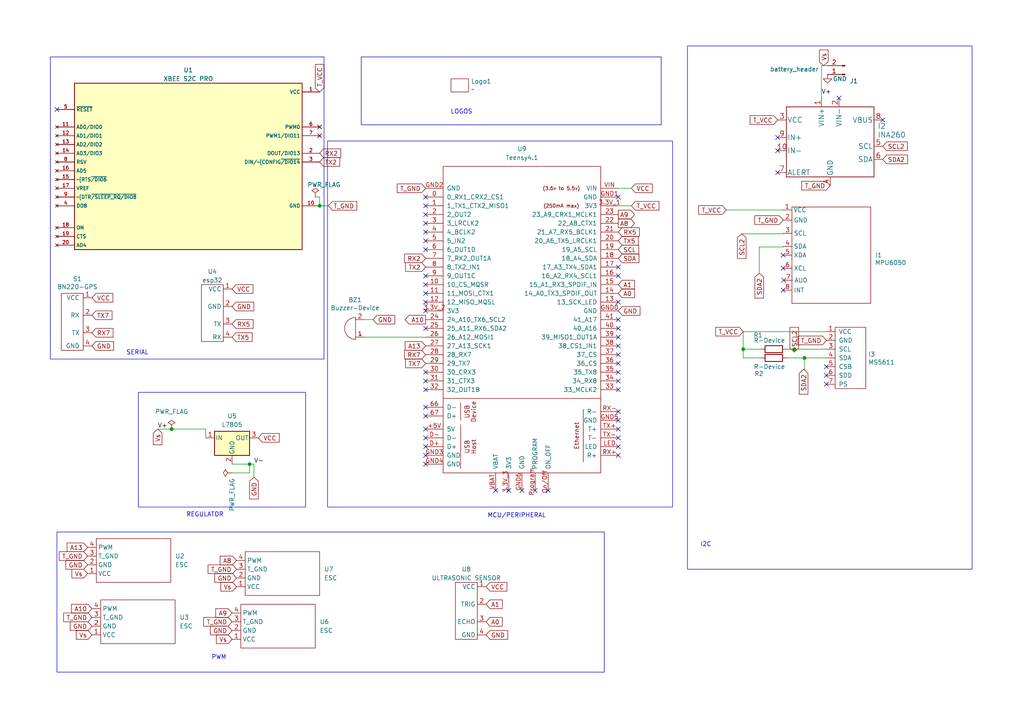
<source format=kicad_sch>
(kicad_sch (version 20250114) (generator "eeschema") (generator_version "9.0")
  (paper "A4")
  (title_block (title "Flight controller") (date "2025-07-13") (rev "1.4") (company "MIMS lab") (comment 1 "Thesis"))
  (lib_symbols
    (symbol "ESC_1"
      (property "Reference" "U2" (at 20.32 -3.8099 0))
      (property "Value" "ESC" (at 20.32 -6.3499 0))
      (symbol "ESC_1_0_0"
        (pin input line (at -5.08 -1.27 0) (length 2.54) (name "PWM") (number "4"))
        (pin power_in line (at -5.08 -3.81 0) (length 2.54) (name "T_GND") (number "3"))
        (pin power_in line (at -5.08 -6.35 0) (length 2.54) (name "GND") (number "2"))
        (pin power_in line (at -5.08 -8.89 0) (length 2.54) (name "VCC") (number "1"))
      )
      (symbol "ESC_1_0_1"
        (rectangle (start -2.54 1.27) (end 19.05 -11.43))
      )
    )
    (symbol "ESC_2"
      (property "Reference" "U7" (at 20.32 -3.8099 0))
      (property "Value" "ESC" (at 20.32 -6.3499 0))
      (symbol "ESC_2_0_0"
        (pin input line (at -5.08 -1.27 0) (length 2.54) (name "PWM") (number "4"))
        (pin power_in line (at -5.08 -3.81 0) (length 2.54) (name "T_GND") (number "3"))
        (pin power_in line (at -5.08 -6.35 0) (length 2.54) (name "GND") (number "2"))
        (pin power_in line (at -5.08 -8.89 0) (length 2.54) (name "VCC") (number "1"))
      )
      (symbol "ESC_2_0_1"
        (rectangle (start -2.54 1.27) (end 19.05 -11.43))
      )
    )
    (symbol "Regulator_Linear:L7805" (pin_names (offset 0.254))
      (property "Reference" "U" (at -3.81 3.175 0))
      (property "Value" "L7805" (at 0 3.175 0))
      (symbol "L7805_0_1"
        (rectangle (start -5.08 1.905) (end 5.08 -5.08) (stroke (width 0.254)) (fill (type background)))
      )
      (symbol "L7805_1_1"
        (pin power_in line (at -7.62 0 0) (length 2.54) (name "IN") (number "1"))
        (pin power_in line (at 0 -7.62 90) (length 2.54) (name "GND") (number "2"))
        (pin power_out line (at 7.62 0 180) (length 2.54) (name "OUT") (number "3"))
      )
    )
    (symbol "parts:BN220-GPS" (pin_names (offset 1.016))
      (property "Reference" "U" (at -8.89 -10.16 0))
      (property "Value" "BN220-GPS" (at -7.62 7.62 0))
      (symbol "BN220-GPS_0_1"
        (rectangle (start -7.62 3.81) (end 8.89 -2.54))
      )
      (symbol "BN220-GPS_1_1"
        (pin power_in line (at -6.35 -5.08 90) (length 2.54) (name "GND") (number "4"))
        (pin bidirectional line (at -2.54 -5.08 90) (length 2.54) (name "TX") (number "3"))
        (pin bidirectional line (at 2.54 -5.08 90) (length 2.54) (name "RX") (number "2"))
        (pin input line (at 7.62 -5.08 90) (length 2.54) (name "VCC") (number "1"))
      )
    )
    (symbol "parts:ESC"
      (property "Reference" "U" (at 9.144 2.286 0))
      (property "Value" "ESC" (at 9.398 -1.778 0))
      (symbol "ESC_0_0"
        (pin output line (at -5.08 -1.27 0) (length 2.54) (name "PWM") (number "4"))
        (pin power_in line (at -5.08 -3.81 0) (length 2.54) (name "T_GND") (number "3"))
        (pin power_in line (at -5.08 -6.35 0) (length 2.54) (name "GND") (number "2"))
        (pin power_in line (at -5.08 -8.89 0) (length 2.54) (name "VCC") (number "1"))
      )
      (symbol "ESC_0_1"
        (rectangle (start -2.54 1.27) (end 19.05 -11.43))
      )
    )
    (symbol "parts:ESP32CAM"
      (property "Reference" "U" (at 0 0 0))
      (symbol "ESP32CAM_0_1"
        (rectangle (start 3.81 7.62) (end 20.32 1.27))
      )
      (symbol "ESP32CAM_1_1"
        (pin bidirectional line (at 5.08 -1.27 90) (length 2.54) (name "RX") (number "4"))
        (pin bidirectional line (at 8.89 -1.27 90) (length 2.54) (name "TX") (number "3"))
        (pin power_in line (at 13.97 -1.27 90) (length 2.54) (name "GND") (number "2"))
        (pin power_in line (at 19.05 -1.27 90) (length 2.54) (name "VCC") (number "1"))
      )
    )
    (symbol "parts:HC_SR04"
      (property "Reference" "U" (at -1.27 2.54 0))
      (symbol "HC_SR04_0_1"
        (rectangle (start 2.54 10.16) (end 19.05 3.81))
      )
      (symbol "HC_SR04_1_1"
        (pin power_in line (at 3.81 1.27 90) (length 2.54) (name "GND") (number "4"))
        (pin output line (at 7.62 1.27 90) (length 2.54) (name "ECHO") (number "3"))
        (pin input line (at 12.7 1.27 90) (length 2.54) (name "TRIG") (number "2"))
        (pin input line (at 17.78 1.27 90) (length 2.54) (name "VCC") (number "1"))
      )
    )
    (symbol "parts:INA260" (pin_names (offset 0.254))
      (property "Reference" "U" (at -11.43 21.59 0))
      (property "Value" "INA260" (at 0 8.89 0))
      (symbol "INA260_1_1"
        (polyline (pts (xy -12.7 20.32) (xy -12.7 0)) (stroke (width 0.2032)))
        (polyline (pts (xy -12.7 0) (xy 12.7 0)) (stroke (width 0.2032)))
        (polyline (pts (xy 12.7 20.32) (xy -12.7 20.32)) (stroke (width 0.2032)))
        (polyline (pts (xy 12.7 0) (xy 12.7 20.32)) (stroke (width 0.2032)))
        (pin power_in line (at -15.24 16.51 0) (length 2.54) (name "VCC") (number "3"))
        (pin power_in line (at -15.24 11.43 0) (length 2.54) (name "IN+") (number "9"))
        (pin power_in line (at -15.24 7.62 0) (length 2.54) (name "IN-") (number "10"))
        (pin open_collector line (at -15.24 1.27 0) (length 2.54) (name "ALERT") (number "7"))
        (pin power_in line (at -2.54 22.86 270) (length 2.54) (name "VIN+") (number "1"))
        (pin power_in line (at 0 -2.54 90) (length 2.54) (name "GND") (number "4"))
        (pin power_in line (at 2.54 22.86 270) (length 2.54) (name "VIN-") (number "2"))
        (pin power_in line (at 15.24 16.51 180) (length 2.54) (name "VBUS") (number "8"))
        (pin bidirectional line (at 15.24 8.89 180) (length 2.54) (name "SCL") (number "5"))
        (pin bidirectional line (at 15.24 5.08 180) (length 2.54) (name "SDA") (number "6"))
      )
    )
    (symbol "parts:MS5611" (pin_names (offset 1.016))
      (property "Reference" "U" (at 0 0 0))
      (property "Value" "MS5611" (at 0 0 0))
      (symbol "MS5611_0_1"
        (rectangle (start -8.89 12.7) (end 8.89 3.81))
      )
      (symbol "MS5611_1_1"
        (pin input line (at -7.62 15.24 270) (length 2.54) (name "PS") (number "7"))
        (pin input line (at -5.08 15.24 270) (length 2.54) (name "SDD") (number "6"))
        (pin input line (at -2.54 15.24 270) (length 2.54) (name "CSB") (number "5"))
        (pin input line (at 0 15.24 270) (length 2.54) (name "SDA") (number "4"))
        (pin input line (at 2.54 15.24 270) (length 2.54) (name "SCL") (number "3"))
        (pin input line (at 5.08 15.24 270) (length 2.54) (name "GND") (number "2"))
        (pin input line (at 7.62 15.24 270) (length 2.54) (name "VCC") (number "1"))
      )
    )
    (symbol "parts:Teensy4.1" (pin_names (offset 1.016))
      (property "Reference" "U" (at 0 64.77 0))
      (property "Value" "Teensy4.1" (at 0 62.23 0))
      (symbol "Teensy4.1_0_0"
        (polyline (pts (xy -22.86 -6.35) (xy 22.86 -6.35)))
        (polyline (pts (xy -17.78 -7.62) (xy -17.78 -12.7)))
        (polyline (pts (xy -17.78 -26.67) (xy -17.78 -13.97)))
        (polyline (pts (xy 17.78 -9.525) (xy 17.78 -24.765)))
        (text "USB" (at -15.875 -10.16 900) (effects (font (size 1.27 1.27))))
        (text "USB" (at -15.875 -20.32 900) (effects (font (size 1.27 1.27))))
        (text "Device" (at -13.97 -10.16 900) (effects (font (size 1.27 1.27))))
        (text "Host" (at -13.97 -20.32 900) (effects (font (size 1.27 1.27))))
        (text "(3.6v to 5.5v)" (at 11.43 54.61 0) (effects (font (size 1.016 1.016))))
        (text "(250mA max)" (at 11.43 49.53 0) (effects (font (size 1.016 1.016))))
        (text "Ethernet" (at 15.875 -17.145 900) (effects (font (size 1.27 1.27))))
        (pin bidirectional line (at 27.94 46.99 180) (length 5.08) (name "23_A9_CRX1_MCLK1") (number "23"))
      )
      (symbol "Teensy4.1_0_1"
        (rectangle (start -22.86 60.96) (end 22.86 -27.94))
        (rectangle (start -20.32 -1.27) (end -20.32 -1.27))
      )
      (symbol "Teensy4.1_1_0"
        (pin bidirectional line (at -27.94 44.45 0) (length 5.08) (name "3_LRCLK2") (number "3"))
        (pin bidirectional line (at -27.94 41.91 0) (length 5.08) (name "4_BCLK2") (number "4"))
        (pin bidirectional line (at -27.94 39.37 0) (length 5.08) (name "5_IN2") (number "5"))
        (pin bidirectional line (at -27.94 36.83 0) (length 5.08) (name "6_OUT1D") (number "6"))
        (pin bidirectional line (at -27.94 34.29 0) (length 5.08) (name "7_RX2_OUT1A") (number "7"))
        (pin bidirectional line (at -27.94 31.75 0) (length 5.08) (name "8_TX2_IN1") (number "8"))
        (pin bidirectional line (at -27.94 29.21 0) (length 5.08) (name "9_OUT1C") (number "9"))
        (pin bidirectional line (at -27.94 26.67 0) (length 5.08) (name "10_CS_MQSR") (number "10"))
        (pin bidirectional line (at -27.94 24.13 0) (length 5.08) (name "11_MOSI_CTX1") (number "11"))
        (pin bidirectional line (at -27.94 21.59 0) (length 5.08) (name "12_MISO_MQSL") (number "12"))
        (pin power_out line (at -27.94 19.05 0) (length 5.08) (name "3V3") (number "3.3V_2"))
        (pin bidirectional line (at -27.94 16.51 0) (length 5.08) (name "24_A10_TX6_SCL2") (number "24"))
        (pin bidirectional line (at -27.94 13.97 0) (length 5.08) (name "25_A11_RX6_SDA2") (number "25"))
        (pin bidirectional line (at -27.94 11.43 0) (length 5.08) (name "26_A12_MOSI1") (number "26"))
        (pin bidirectional line (at -27.94 8.89 0) (length 5.08) (name "27_A13_SCK1") (number "27"))
        (pin bidirectional line (at -27.94 6.35 0) (length 5.08) (name "28_RX7") (number "28"))
        (pin bidirectional line (at -27.94 3.81 0) (length 5.08) (name "29_TX7") (number "29"))
        (pin bidirectional line (at -27.94 1.27 0) (length 5.08) (name "30_CRX3") (number "30"))
        (pin bidirectional line (at -27.94 -1.27 0) (length 5.08) (name "31_CTX3") (number "31"))
        (pin bidirectional line (at -27.94 -3.81 0) (length 5.08) (name "32_OUT1B") (number "32"))
        (pin bidirectional line (at -27.94 -8.89 0) (length 5.08) (name "D-") (number "66"))
        (pin bidirectional line (at -27.94 -11.43 0) (length 5.08) (name "D+") (number "67"))
        (pin power_out line (at -27.94 -15.24 0) (length 5.08) (name "5V") (number "+5V"))
        (pin bidirectional line (at -27.94 -17.78 0) (length 5.08) (name "D-") (number "D-"))
        (pin bidirectional line (at -27.94 -20.32 0) (length 5.08) (name "D+") (number "D+"))
        (pin power_in line (at -27.94 -22.86 0) (length 5.08) (name "GND") (number "GND3"))
        (pin power_in line (at -27.94 -25.4 0) (length 5.08) (name "GND") (number "GND4"))
        (pin power_in line (at -7.62 -33.02 90) (length 5.08) (name "VBAT") (number "VBAT"))
        (pin power_in line (at -3.81 -33.02 90) (length 5.08) (name "3V3") (number "3.3V_3"))
        (pin input line (at 0 -33.02 90) (length 5.08) (name "GND") (number "GND6"))
        (pin input line (at 3.81 -33.02 90) (length 5.08) (name "PROGRAM") (number "Program"))
        (pin input line (at 7.62 -33.02 90) (length 5.08) (name "ON_OFF") (number "On/Off"))
        (pin power_in line (at 27.94 54.61 180) (length 5.08) (name "VIN") (number "VIN"))
        (pin output line (at 27.94 52.07 180) (length 5.08) (name "GND") (number "GND1"))
        (pin power_out line (at 27.94 49.53 180) (length 5.08) (name "3V3") (number "3.3V_1"))
        (pin bidirectional line (at 27.94 44.45 180) (length 5.08) (name "22_A8_CTX1") (number "22"))
        (pin bidirectional line (at 27.94 41.91 180) (length 5.08) (name "21_A7_RX5_BCLK1") (number "21"))
        (pin bidirectional line (at 27.94 39.37 180) (length 5.08) (name "20_A6_TX5_LRCLK1") (number "20"))
        (pin bidirectional line (at 27.94 36.83 180) (length 5.08) (name "19_A5_SCL") (number "19"))
        (pin bidirectional line (at 27.94 34.29 180) (length 5.08) (name "18_A4_SDA") (number "18"))
        (pin bidirectional line (at 27.94 31.75 180) (length 5.08) (name "17_A3_TX4_SDA1") (number "17"))
        (pin bidirectional line (at 27.94 29.21 180) (length 5.08) (name "16_A2_RX4_SCL1") (number "16"))
        (pin bidirectional line (at 27.94 26.67 180) (length 5.08) (name "15_A1_RX3_SPDIF_IN") (number "15"))
        (pin bidirectional line (at 27.94 24.13 180) (length 5.08) (name "14_A0_TX3_SPDIF_OUT") (number "14"))
        (pin bidirectional line (at 27.94 21.59 180) (length 5.08) (name "13_SCK_LED") (number "13"))
        (pin bidirectional line (at 27.94 16.51 180) (length 5.08) (name "41_A17") (number "41"))
        (pin bidirectional line (at 27.94 13.97 180) (length 5.08) (name "40_A16") (number "40"))
        (pin bidirectional line (at 27.94 11.43 180) (length 5.08) (name "39_MISO1_OUT1A") (number "39"))
        (pin bidirectional line (at 27.94 8.89 180) (length 5.08) (name "38_CS1_IN1") (number "38"))
        (pin bidirectional line (at 27.94 6.35 180) (length 5.08) (name "37_CS") (number "37"))
        (pin bidirectional line (at 27.94 3.81 180) (length 5.08) (name "36_CS") (number "36"))
        (pin bidirectional line (at 27.94 1.27 180) (length 5.08) (name "35_TX8") (number "35"))
        (pin bidirectional line (at 27.94 -1.27 180) (length 5.08) (name "34_RX8") (number "34"))
        (pin bidirectional line (at 27.94 -3.81 180) (length 5.08) (name "33_MCLK2") (number "33"))
        (pin bidirectional line (at 27.94 -10.16 180) (length 5.08) (name "R-") (number "RX-"))
        (pin power_in line (at 27.94 -12.7 180) (length 5.08) (name "GND") (number "GND5"))
        (pin bidirectional line (at 27.94 -15.24 180) (length 5.08) (name "T+") (number "TX+"))
        (pin bidirectional line (at 27.94 -17.78 180) (length 5.08) (name "T-") (number "TX-"))
        (pin bidirectional line (at 27.94 -20.32 180) (length 5.08) (name "LED") (number "LED"))
        (pin bidirectional line (at 27.94 -22.86 180) (length 5.08) (name "R+") (number "RX+"))
      )
      (symbol "Teensy4.1_1_1"
        (pin power_in line (at -27.94 54.61 0) (length 5.08) (name "GND") (number "GND2"))
        (pin bidirectional line (at -27.94 52.07 0) (length 5.08) (name "0_RX1_CRX2_CS1") (number "0"))
        (pin bidirectional line (at -27.94 49.53 0) (length 5.08) (name "1_TX1_CTX2_MISO1") (number "1"))
        (pin bidirectional line (at -27.94 46.99 0) (length 5.08) (name "2_OUT2") (number "2"))
        (pin power_in line (at 27.94 19.05 180) (length 5.08) (name "GND") (number "GND0"))
      )
    )
    (symbol "parts:mpu6050_eval"
      (property "Reference" "mpu" (at 6.35 6.35 0))
      (symbol "mpu6050_eval_0_1"
        (rectangle (start -3.81 3.81) (end 19.05 -24.13))
      )
      (symbol "mpu6050_eval_1_1"
        (pin power_in line (at -6.457 2.9415 0) (length 2.54) (name "VCC") (number "1"))
        (pin power_in line (at -6.35 0 0) (length 2.54) (name "GND") (number "2"))
        (pin bidirectional line (at -6.35 -3.81 0) (length 2.54) (name "SCL") (number "3"))
        (pin bidirectional line (at -6.35 -7.62 0) (length 2.54) (name "SDA") (number "4"))
        (pin bidirectional line (at -6.35 -10.16 0) (length 2.54) (name "XDA") (number "5"))
        (pin bidirectional line (at -6.35 -13.97 0) (length 2.54) (name "XCL") (number "6"))
        (pin input line (at -6.35 -20.32 0) (length 2.54) (name "INT") (number "8"))
        (pin input line (at -6.1745 -17.4341 0) (length 2.54) (name "AU0") (number "7"))
      )
    )
    (symbol "parts:xbee_s2c"
      (property "Reference" "U" (at 9.398 9.144 0))
      (symbol "xbee_s2c_0_0"
        (rectangle (start 5.08 7.62) (end 71.12 -40.64) (stroke (width 0.254)) (fill (type background)))
      )
      (symbol "xbee_s2c_1_0"
        (pin input line (at 0 0 0) (length 5.08) (name "~{RESET}") (number "5"))
        (pin no_connect line (at 0 -5.08 0) (length 5.08) (name "AD0/DIO0") (number "11"))
        (pin no_connect line (at 0 -7.62 0) (length 5.08) (name "AD1/DIO1") (number "12"))
        (pin no_connect line (at 0 -10.16 0) (length 5.08) (name "AD2/DIO2") (number "13"))
        (pin no_connect line (at 0 -12.7 0) (length 5.08) (name "AD3/DIO3") (number "14"))
        (pin no_connect line (at 0 -15.24 0) (length 5.08) (name "RSV") (number "8"))
        (pin no_connect line (at 0 -17.78 0) (length 5.08) (name "AD5") (number "16"))
        (pin no_connect line (at 0 -20.32 0) (length 5.08) (name "~{RTS~{/DIO6}") (number "15"))
        (pin no_connect line (at 0 -22.86 0) (length 5.08) (name "VREF") (number "17"))
        (pin no_connect line (at 0 -25.4 0) (length 5.08) (name "~{DTR~{/SLEEP_RQ/DIO8}") (number "9"))
        (pin no_connect line (at 0 -27.94 0) (length 5.08) (name "DO8") (number "4"))
        (pin no_connect line (at 0 -34.29 0) (length 5.08) (name "ON") (number "18"))
        (pin no_connect line (at 0 -36.83 0) (length 5.08) (name "CTS") (number "19"))
        (pin no_connect line (at 0 -39.37 0) (length 5.08) (name "AD4") (number "20"))
        (pin power_in line (at 76.2 5.08 180) (length 5.08) (name "VCC") (number "1"))
        (pin no_connect line (at 76.2 -5.08 180) (length 5.08) (name "PWM0") (number "6"))
        (pin no_connect line (at 76.2 -7.62 180) (length 5.08) (name "PWM1/DIO11") (number "7"))
        (pin bidirectional line (at 76.2 -12.7 180) (length 5.08) (name "DOUT/DIO13") (number "2"))
        (pin bidirectional line (at 76.2 -15.24 180) (length 5.08) (name "DIN/~{CONFIG~{/DIO14}") (number "3"))
        (pin power_in line (at 76.2 -27.94 180) (length 5.08) (name "GND") (number "10"))
      )
    )
    (symbol "power:GND" (power) (pin_numbers (hide yes)) (pin_names (offset 0) (hide yes))
      (property "Value" "GND" (at 0 -3.81 0))
      (symbol "GND_0_1"
        (polyline (pts (xy 0 0) (xy 0 -1.27) (xy 1.27 -1.27) (xy 0 -2.54) (xy -1.27 -1.27) (xy 0 -1.27)))
      )
      (symbol "GND_1_1"
        (pin power_in line (at 0 0 270) (length 0) (name "~") (number "1"))
      )
    )
    (symbol "power:PWR_FLAG" (power) (pin_numbers (hide yes)) (pin_names (offset 0) (hide yes))
      (property "Value" "PWR_FLAG" (at 0 3.81 0))
      (symbol "PWR_FLAG_0_0"
        (pin power_out line (at 0 0 90) (length 0) (name "~") (number "1"))
      )
      (symbol "PWR_FLAG_0_1"
        (polyline (pts (xy 0 0) (xy 0 1.27) (xy -1.016 1.905) (xy 0 2.54) (xy 1.016 1.905) (xy 0 1.27)))
      )
    )
    (symbol "rrc_pcb-rescue:Buzzer-Device" (pin_names (offset 0.0254) (hide yes))
      (property "Reference" "BZ" (at 3.81 1.27 0))
      (property "Value" "Buzzer-Device" (at 3.81 -1.27 0))
      (symbol "Buzzer-Device_0_1"
        (polyline (pts (xy -1.651 1.905) (xy -1.143 1.905)))
        (polyline (pts (xy -1.397 2.159) (xy -1.397 1.651)))
        (arc (start 0 3.175) (mid 3.1612 0) (end 0 -3.175))
        (polyline (pts (xy 0 3.175) (xy 0 -3.175)))
      )
      (symbol "Buzzer-Device_1_1"
        (pin passive line (at -2.54 2.54 0) (length 2.54) (name "-") (number "1"))
        (pin passive line (at -2.54 -2.54 0) (length 2.54) (name "+") (number "2"))
      )
    )
    (symbol "rrc_pcb-rescue:Conn_01x02_Male-Connector" (pin_names (offset 1.016) (hide yes))
      (property "Reference" "J" (at 0 2.54 0))
      (property "Value" "Conn_01x02_Male-Connector" (at 0 -5.08 0))
      (symbol "Conn_01x02_Male-Connector_1_1"
        (rectangle (start 0.8636 0.127) (end 0 -0.127) (stroke (width 0.1524)) (fill (type outline)))
        (rectangle (start 0.8636 -2.413) (end 0 -2.667) (stroke (width 0.1524)) (fill (type outline)))
        (polyline (pts (xy 1.27 0) (xy 0.8636 0)) (stroke (width 0.1524)))
        (polyline (pts (xy 1.27 -2.54) (xy 0.8636 -2.54)) (stroke (width 0.1524)))
        (pin passive line (at 5.08 0 180) (length 3.81) (name "Pin_1") (number "1"))
        (pin passive line (at 5.08 -2.54 180) (length 3.81) (name "Pin_2") (number "2"))
      )
    )
    (symbol "rrc_pcb-rescue:R-Device" (pin_numbers (hide yes)) (pin_names (offset 0))
      (property "Reference" "R" (at 2.032 0 90))
      (property "Value" "R-Device" (at 0 0 90))
      (symbol "R-Device_0_1"
        (rectangle (start -1.016 -2.54) (end 1.016 2.54) (stroke (width 0.254)))
      )
      (symbol "R-Device_1_1"
        (pin passive line (at 0 3.81 270) (length 1.27) (name "~") (number "1"))
        (pin passive line (at 0 -3.81 90) (length 1.27) (name "~") (number "2"))
      )
    )
    (symbol "rrc_pcb-rescue:logo" (pin_names (offset 1.016))
      (property "Reference" "U" (at 1.27 2.54 0))
      (property "Value" "logo" (at -2.54 2.54 0))
      (symbol "logo_0_1"
        (rectangle (start -2.54 1.27) (end 2.54 -2.54))
      )
    )
  )
  (rectangle (start 40.132 113.792) (end 88.646 147.066))
  (rectangle (start 16.51 154.305) (end 175.26 194.945))
  (rectangle (start 14.605 16.51) (end 93.98 104.14))
  (rectangle (start 104.775 16.51) (end 191.77 36.195))
  (rectangle (start 94.996 40.894) (end 195.072 147.066))
  (rectangle (start 199.39 13.335) (end 281.94 165.1))
  (text "PWM\n\n " (at 63.5 192.786 0) (effects (font (size 1.27 1.27))))
  (text "REGULATOR" (at 59.436 149.352 0) (effects (font (size 1.27 1.27))))
  (text "MCU/PERIPHERAL" (at 149.86 149.606 0) (effects (font (size 1.27 1.27))))
  (text "LOGOS\n" (at 133.858 32.512 0) (effects (font (size 1.27 1.27))))
  (text "SERIAL" (at 39.878 102.362 0) (effects (font (size 1.27 1.27))))
  (text "I2C" (at 204.724 157.988 0) (effects (font (size 1.27 1.27))))
  (junction (at 72.39 134.62))
  (junction (at 230.378 101.2758))
  (junction (at 92.71 59.69))
  (junction (at 49.784 124.46))
  (junction (at 215.549 101.2758))
  (junction (at 233.329 103.8158))
  (no_connect (at 227.1545 77.8159))
  (no_connect (at 123.444 62.23))
  (no_connect (at 92.71 39.37))
  (no_connect (at 151.384 142.24))
  (no_connect (at 123.444 110.49))
  (no_connect (at 179.324 113.03))
  (no_connect (at 179.324 77.47))
  (no_connect (at 123.444 69.85))
  (no_connect (at 225.552 43.688))
  (no_connect (at 123.444 124.46))
  (no_connect (at 179.324 57.15))
  (no_connect (at 123.444 113.03))
  (no_connect (at 179.324 121.92))
  (no_connect (at 179.324 100.33))
  (no_connect (at 243.332 28.448))
  (no_connect (at 179.324 127))
  (no_connect (at 179.324 87.63))
  (no_connect (at 123.444 118.11))
  (no_connect (at 227.33 81.28))
  (no_connect (at 123.444 82.55))
  (no_connect (at 179.324 80.01))
  (no_connect (at 239.679 106.3558))
  (no_connect (at 179.324 107.95))
  (no_connect (at 123.444 64.77))
  (no_connect (at 239.679 111.4358))
  (no_connect (at 123.444 134.62))
  (no_connect (at 123.444 132.08))
  (no_connect (at 123.444 72.39))
  (no_connect (at 147.574 142.24))
  (no_connect (at 159.004 142.24))
  (no_connect (at 227.1545 74.0059))
  (no_connect (at 179.324 97.79))
  (no_connect (at 123.444 95.25))
  (no_connect (at 225.552 39.878))
  (no_connect (at 256.032 34.798))
  (no_connect (at 225.552 50.038))
  (no_connect (at 179.324 129.54))
  (no_connect (at 92.71 36.83))
  (no_connect (at 123.444 127))
  (no_connect (at 16.51 31.75))
  (no_connect (at 179.324 92.71))
  (no_connect (at 179.324 105.41))
  (no_connect (at 155.194 142.24))
  (no_connect (at 123.444 57.15))
  (no_connect (at 123.444 129.54))
  (no_connect (at 123.444 85.09))
  (no_connect (at 123.444 120.65))
  (no_connect (at 239.679 108.8958))
  (no_connect (at 227.1545 84.1659))
  (no_connect (at 123.444 80.01))
  (no_connect (at 123.444 87.63))
  (no_connect (at 179.324 110.49))
  (no_connect (at 143.764 142.24))
  (no_connect (at 123.444 59.69))
  (no_connect (at 179.324 119.38))
  (no_connect (at 123.444 90.17))
  (no_connect (at 123.444 67.31))
  (no_connect (at 179.324 132.08))
  (no_connect (at 123.444 107.95))
  (no_connect (at 179.324 102.87))
  (no_connect (at 179.324 95.25))
  (no_connect (at 179.324 124.46))
  (wire (pts (xy 73.66 134.62) (xy 72.39 134.62)))
  (wire (pts (xy 240.03 19.05) (xy 238.252 19.05)))
  (wire (pts (xy 227.1545 71.628) (xy 227.1545 71.4659)))
  (wire (pts (xy 239.679 103.8158) (xy 233.329 103.8158)))
  (wire (pts (xy 215.549 103.8158) (xy 215.549 101.2758)))
  (wire (pts (xy 233.329 103.8158) (xy 228.249 103.8158)))
  (wire (pts (xy 239.679 101.2758) (xy 230.378 101.2758)))
  (wire (pts (xy 49.784 124.46) (xy 45.72 124.46)))
  (wire (pts (xy 230.378 102.108) (xy 230.378 101.2758)))
  (wire (pts (xy 238.252 19.05) (xy 238.252 28.448)))
  (wire (pts (xy 72.39 134.62) (xy 67.31 134.62)))
  (wire (pts (xy 91.44 57.15) (xy 92.71 57.15)))
  (wire (pts (xy 220.218 71.628) (xy 227.1545 71.628)))
  (wire (pts (xy 228.249 101.2758) (xy 230.378 101.2758)))
  (wire (pts (xy 233.329 107.1178) (xy 233.329 103.8158)))
  (wire (pts (xy 179.324 59.69) (xy 183.134 59.69)))
  (wire (pts (xy 233.075 107.1178) (xy 233.329 107.1178)))
  (wire (pts (xy 220.629 103.8158) (xy 215.549 103.8158)))
  (wire (pts (xy 92.71 57.15) (xy 92.71 59.69)))
  (wire (pts (xy 73.66 138.43) (xy 73.66 134.62)))
  (wire (pts (xy 49.784 124.46) (xy 59.69 124.46)))
  (wire (pts (xy 105.664 97.79) (xy 123.444 97.79)))
  (wire (pts (xy 105.664 92.71) (xy 108.204 92.71)))
  (wire (pts (xy 227.0475 60.9044) (xy 210.6445 60.9044)))
  (wire (pts (xy 92.71 59.69) (xy 95.25 59.69)))
  (wire (pts (xy 72.39 137.16) (xy 72.39 134.62)))
  (wire (pts (xy 220.218 79.248) (xy 220.218 71.628)))
  (wire (pts (xy 215.138 67.818) (xy 227.1545 67.818)))
  (wire (pts (xy 239.679 96.1958) (xy 215.549 96.1958)))
  (wire (pts (xy 227.1545 67.818) (xy 227.1545 67.6559)))
  (wire (pts (xy 67.31 137.16) (xy 72.39 137.16)))
  (wire (pts (xy 59.69 124.46) (xy 59.69 127)))
  (wire (pts (xy 215.549 101.2758) (xy 220.629 101.2758)))
  (wire (pts (xy 179.324 54.61) (xy 183.134 54.61)))
  (wire (pts (xy 215.549 96.1958) (xy 215.549 101.2758)))
  (label "V+" (at 45.72 124.46 0))
  (label "V-" (at 73.66 134.62 0))
  (label "V+" (at 238.252 27.6257 0))
  (global_label "SCL2" (shape input) (at 215.138 67.818 270) (property "Intersheetrefs" "${INTERSHEET_REFS}" (effects (hide yes))))
  (global_label "RX2" (shape input) (at 92.71 44.45 0) (property "Intersheetrefs" "${INTERSHEET_REFS}" (effects (hide yes))))
  (global_label "SDA2" (shape input) (at 220.218 79.248 270) (property "Intersheetrefs" "${INTERSHEET_REFS}" (effects (hide yes))))
  (global_label "A1" (shape input) (at 179.324 82.55 0) (property "Intersheetrefs" "${INTERSHEET_REFS}" (effects (hide yes))))
  (global_label "TX5" (shape input) (at 67.31 97.79 0) (property "Intersheetrefs" "${INTERSHEET_REFS}" (effects (hide yes))))
  (global_label "SDA2" (shape input) (at 256.032 46.228 0) (property "Intersheetrefs" "${INTERSHEET_REFS}" (effects (hide yes))))
  (global_label "A9" (shape output) (at 179.324 62.23 0) (property "Intersheetrefs" "${INTERSHEET_REFS}" (effects (hide yes))))
  (global_label "A13" (shape input) (at 25.4 158.75 180) (property "Intersheetrefs" "${INTERSHEET_REFS}" (effects (hide yes))))
  (global_label "T_GND" (shape input) (at 67.31 180.34 180) (property "Intersheetrefs" "${INTERSHEET_REFS}" (effects (hide yes))))
  (global_label "A8" (shape input) (at 68.58 162.56 180) (property "Intersheetrefs" "${INTERSHEET_REFS}" (effects (hide yes))))
  (global_label "GND" (shape input) (at 25.4 163.83 180) (property "Intersheetrefs" "${INTERSHEET_REFS}" (effects (hide yes))))
  (global_label "T_VCC" (shape input) (at 225.552 34.798 180) (property "Intersheetrefs" "${INTERSHEET_REFS}" (effects (hide yes))))
  (global_label "TX2" (shape input) (at 123.444 77.47 180) (property "Intersheetrefs" "${INTERSHEET_REFS}" (effects (hide yes))))
  (global_label "Vs" (shape input) (at 68.58 170.18 180) (property "Intersheetrefs" "${INTERSHEET_REFS}" (effects (hide yes))))
  (global_label "Vs" (shape input) (at 26.67 184.15 180) (property "Intersheetrefs" "${INTERSHEET_REFS}" (effects (hide yes))))
  (global_label "T_VCC" (shape input) (at 183.134 59.69 0) (property "Intersheetrefs" "${INTERSHEET_REFS}" (effects (hide yes))))
  (global_label "A0" (shape input) (at 140.97 180.34 0) (property "Intersheetrefs" "${INTERSHEET_REFS}" (effects (hide yes))))
  (global_label "VCC" (shape input) (at 140.97 170.18 0) (property "Intersheetrefs" "${INTERSHEET_REFS}" (effects (hide yes))))
  (global_label "RX5" (shape input) (at 179.324 67.31 0) (property "Intersheetrefs" "${INTERSHEET_REFS}" (effects (hide yes))))
  (global_label "VCC" (shape input) (at 74.93 127 0) (property "Intersheetrefs" "${INTERSHEET_REFS}" (effects (hide yes))))
  (global_label "TX5" (shape input) (at 179.324 69.85 0) (property "Intersheetrefs" "${INTERSHEET_REFS}" (effects (hide yes))))
  (global_label "SCL2" (shape input) (at 230.378 102.108 90) (property "Intersheetrefs" "${INTERSHEET_REFS}" (effects (hide yes))))
  (global_label "T_VCC" (shape input) (at 210.6445 60.9044 180) (property "Intersheetrefs" "${INTERSHEET_REFS}" (effects (hide yes))))
  (global_label "T_GND" (shape input) (at 123.444 54.61 180) (property "Intersheetrefs" "${INTERSHEET_REFS}" (effects (hide yes))))
  (global_label "Vs" (shape input) (at 67.31 185.42 180) (property "Intersheetrefs" "${INTERSHEET_REFS}" (effects (hide yes))))
  (global_label "GND" (shape input) (at 68.58 167.64 180) (property "Intersheetrefs" "${INTERSHEET_REFS}" (effects (hide yes))))
  (global_label "GND" (shape input) (at 26.67 100.33 0) (property "Intersheetrefs" "${INTERSHEET_REFS}" (effects (hide yes))))
  (global_label "T_VCC" (shape input) (at 215.549 96.1958 180) (property "Intersheetrefs" "${INTERSHEET_REFS}" (effects (hide yes))))
  (global_label "Vs" (shape input) (at 238.9296 19.05 90) (property "Intersheetrefs" "${INTERSHEET_REFS}" (effects (hide yes))))
  (global_label "GND" (shape input) (at 108.204 92.71 0) (property "Intersheetrefs" "${INTERSHEET_REFS}" (effects (hide yes))))
  (global_label "VCC" (shape input) (at 26.67 86.36 0) (property "Intersheetrefs" "${INTERSHEET_REFS}" (effects (hide yes))))
  (global_label "TX2" (shape input) (at 92.71 46.99 0) (property "Intersheetrefs" "${INTERSHEET_REFS}" (effects (hide yes))))
  (global_label "A8" (shape output) (at 179.324 64.77 0) (property "Intersheetrefs" "${INTERSHEET_REFS}" (effects (hide yes))))
  (global_label "GND" (shape input) (at 140.97 184.15 0) (property "Intersheetrefs" "${INTERSHEET_REFS}" (effects (hide yes))))
  (global_label "A10" (shape output) (at 123.444 92.71 180) (property "Intersheetrefs" "${INTERSHEET_REFS}" (effects (hide yes))))
  (global_label "GND" (shape input) (at 73.66 138.43 270) (property "Intersheetrefs" "${INTERSHEET_REFS}" (effects (hide yes))))
  (global_label "A0" (shape input) (at 179.324 85.09 0) (property "Intersheetrefs" "${INTERSHEET_REFS}" (effects (hide yes))))
  (global_label "SCL2" (shape input) (at 256.032 42.418 0) (property "Intersheetrefs" "${INTERSHEET_REFS}" (effects (hide yes))))
  (global_label "T_GND" (shape input) (at 239.679 98.7358 180) (property "Intersheetrefs" "${INTERSHEET_REFS}" (effects (hide yes))))
  (global_label "T_GND" (shape input) (at 68.58 165.1 180) (property "Intersheetrefs" "${INTERSHEET_REFS}" (effects (hide yes))))
  (global_label "T_VCC" (shape input) (at 92.71 26.67 90) (property "Intersheetrefs" "${INTERSHEET_REFS}" (effects (hide yes))))
  (global_label "GND" (shape input) (at 67.31 182.88 180) (property "Intersheetrefs" "${INTERSHEET_REFS}" (effects (hide yes))))
  (global_label "SDA" (shape input) (at 179.324 74.93 0) (property "Intersheetrefs" "${INTERSHEET_REFS}" (effects (hide yes))))
  (global_label "A13" (shape input) (at 123.444 100.33 180) (property "Intersheetrefs" "${INTERSHEET_REFS}" (effects (hide yes))))
  (global_label "TX7" (shape input) (at 26.67 91.44 0) (property "Intersheetrefs" "${INTERSHEET_REFS}" (effects (hide yes))))
  (global_label "T_GND" (shape input) (at 95.25 59.69 0) (property "Intersheetrefs" "${INTERSHEET_REFS}" (effects (hide yes))))
  (global_label "VCC" (shape input) (at 183.134 54.61 0) (property "Intersheetrefs" "${INTERSHEET_REFS}" (effects (hide yes))))
  (global_label "A1" (shape input) (at 140.97 175.26 0) (property "Intersheetrefs" "${INTERSHEET_REFS}" (effects (hide yes))))
  (global_label "VCC" (shape input) (at 67.31 83.82 0) (property "Intersheetrefs" "${INTERSHEET_REFS}" (effects (hide yes))))
  (global_label "RX7" (shape input) (at 123.444 102.87 180) (property "Intersheetrefs" "${INTERSHEET_REFS}" (effects (hide yes))))
  (global_label "TX7" (shape input) (at 123.444 105.41 180) (property "Intersheetrefs" "${INTERSHEET_REFS}" (effects (hide yes))))
  (global_label "Vs" (shape input) (at 25.4 166.37 180) (property "Intersheetrefs" "${INTERSHEET_REFS}" (effects (hide yes))))
  (global_label "GND" (shape input) (at 179.324 90.17 0) (property "Intersheetrefs" "${INTERSHEET_REFS}" (effects (hide yes))))
  (global_label "RX7" (shape input) (at 26.67 96.52 0) (property "Intersheetrefs" "${INTERSHEET_REFS}" (effects (hide yes))))
  (global_label "T_GND" (shape input) (at 25.4 161.29 180) (property "Intersheetrefs" "${INTERSHEET_REFS}" (effects (hide yes))))
  (global_label "GND" (shape input) (at 67.31 88.9 0) (property "Intersheetrefs" "${INTERSHEET_REFS}" (effects (hide yes))))
  (global_label "SDA2" (shape input) (at 233.075 107.1178 270) (property "Intersheetrefs" "${INTERSHEET_REFS}" (effects (hide yes))))
  (global_label "RX5" (shape input) (at 67.31 93.98 0) (property "Intersheetrefs" "${INTERSHEET_REFS}" (effects (hide yes))))
  (global_label "A10" (shape input) (at 26.67 176.53 180) (property "Intersheetrefs" "${INTERSHEET_REFS}" (effects (hide yes))))
  (global_label "SCL" (shape input) (at 179.324 72.39 0) (property "Intersheetrefs" "${INTERSHEET_REFS}" (effects (hide yes))))
  (global_label "RX2" (shape input) (at 123.444 74.93 180) (property "Intersheetrefs" "${INTERSHEET_REFS}" (effects (hide yes))))
  (global_label "T_GND" (shape input) (at 227.1545 63.8459 180) (property "Intersheetrefs" "${INTERSHEET_REFS}" (effects (hide yes))))
  (global_label "A9" (shape input) (at 67.31 177.8 180) (property "Intersheetrefs" "${INTERSHEET_REFS}" (effects (hide yes))))
  (global_label "T_GND" (shape input) (at 26.67 179.07 180) (property "Intersheetrefs" "${INTERSHEET_REFS}" (effects (hide yes))))
  (global_label "T_GND" (shape input) (at 240.792 53.848 180) (property "Intersheetrefs" "${INTERSHEET_REFS}" (effects (hide yes))))
  (global_label "Vs" (shape input) (at 45.72 124.46 270) (property "Intersheetrefs" "${INTERSHEET_REFS}" (effects (hide yes))))
  (global_label "GND" (shape input) (at 26.67 181.61 180) (property "Intersheetrefs" "${INTERSHEET_REFS}" (effects (hide yes))))
  (symbol (lib_id "parts:MS5611") (at 254.919 103.8158 90) (unit 1)
    (property "Reference" "I3" (at 251.8202 102.7744 90) (effects (justify right)))
    (property "Value" "MS5611" (at 251.8202 105.0858 90) (effects (justify right)))
    (property "Footprint" "rrc_ms5611:1x07" (effects (hide yes)))
  )
  (symbol (lib_id "parts:BN220-GPS") (at 21.59 93.98 90) (unit 1)
    (property "Reference" "S1" (at 22.4282 80.899 90))
    (property "Value" "BN220-GPS" (at 22.4282 83.2104 90))
    (property "Footprint" "rrc_bn220_gps:BN220" (effects (hide yes)))
  )
  (symbol (lib_id "rrc_pcb-rescue:R-Device") (at 224.439 103.8158 270) (unit 1)
    (property "Reference" "R2" (at 220.121 108.3878 90))
    (property "Value" "R-Device" (at 223.169 106.3558 90))
    (property "Footprint" "Resistor_THT:R_Axial_DIN0207_L6.3mm_D2.5mm_P10.16mm_Horizontal" (effects (hide yes)))
  )
  (symbol (lib_id "rrc_pcb-rescue:R-Device") (at 224.439 101.2758 270) (unit 1)
    (property "Reference" "R1" (at 219.867 97.2118 90))
    (property "Value" "R-Device" (at 223.169 98.7358 90))
    (property "Footprint" "Resistor_THT:R_Axial_DIN0207_L6.3mm_D2.5mm_P10.16mm_Horizontal" (effects (hide yes)))
  )
  (symbol (lib_id "rrc_pcb-rescue:Conn_01x02_Male-Connector") (at 245.11 21.59 180) (unit 1)
    (property "Reference" "J1" (at 247.65 23.495 0))
    (property "Value" "battery_header" (at 230.378 20.066 0))
    (property "Footprint" "Connector_PinSocket_2.54mm:PinSocket_1x02_P2.54mm_Horizontal" (effects (hide yes)))
  )
  (symbol (lib_id "rrc_pcb-rescue:Buzzer-Device") (at 103.124 95.25 180) (unit 1)
    (property "Reference" "BZ1" (at 102.997 86.995 0))
    (property "Value" "Buzzer-Device" (at 102.997 89.3064 0))
    (property "Footprint" "Buzzer_Beeper:Buzzer_12x9.5RM7.6" (effects (hide yes)))
  )
  (symbol (lib_id "rrc_pcb-rescue:logo") (at 133.35 24.13 0) (unit 1)
    (property "Reference" "Logo1" (at 136.6012 23.5966 0) (effects (justify left)))
    (property "Value" "~" (at 136.6012 25.908 0) (effects (justify left)))
    (property "Footprint" "rrc_logo:tmu" (effects (hide yes)))
  )
  (symbol (lib_id "parts:INA260") (at 240.792 51.308 0) (unit 1)
    (property "Reference" "I2" (at 254.508 36.576 0) (effects (font (size 1.524 1.524)) (justify left)))
    (property "Value" "INA260" (at 254.508 39.116 0) (effects (font (size 1.524 1.524)) (justify left)))
    (property "Footprint" "rrc_INA260:INA260" (effects (hide yes)))
  )
  (symbol (lib_name "ESC_1") (lib_id "parts:ESC") (at 30.48 157.48 0) (unit 1)
    (property "Reference" "U2" (at 50.8 161.2899 0) (effects (justify left)))
    (property "Value" "ESC" (at 50.8 163.8299 0) (effects (justify left)))
    (property "Footprint" "RRC_footprint:BLHeLi_esc" (effects (hide yes)))
  )
  (symbol (lib_id "power:PWR_FLAG") (at 91.44 57.15 0) (unit 1)
    (property "Reference" "#FLG03" (effects (hide yes)))
    (property "Value" "PWR_FLAG" (at 93.98 53.594 0))
    (property "Description" "Special symbol for telling ERC where power comes from" (effects (hide yes)))
  )
  (symbol (lib_id "power:PWR_FLAG") (at 67.31 137.16 90) (unit 1)
    (property "Reference" "#FLG02" (effects (hide yes)))
    (property "Value" "PWR_FLAG" (at 67.31 143.51 0))
    (property "Description" "Special symbol for telling ERC where power comes from" (effects (hide yes)))
  )
  (symbol (lib_id "parts:ESC") (at 72.39 176.53 0) (unit 1)
    (property "Reference" "U6" (at 92.71 180.3399 0) (effects (justify left)))
    (property "Value" "ESC" (at 92.71 182.8799 0) (effects (justify left)))
    (property "Footprint" "RRC_footprint:BLHeLi_esc" (effects (hide yes)))
  )
  (symbol (lib_id "parts:HC_SR04") (at 142.24 187.96 90) (unit 1)
    (property "Reference" "U8" (at 135.255 165.1 90))
    (property "Value" "ULTRASONIC SENSOR" (at 135.255 167.64 90))
    (property "Footprint" "rrc_bn220_gps:BN220" (effects (hide yes)))
  )
  (symbol (lib_id "parts:ESC") (at 31.75 175.26 0) (unit 1)
    (property "Reference" "U3" (at 52.07 179.0699 0) (effects (justify left)))
    (property "Value" "ESC" (at 52.07 181.6099 0) (effects (justify left)))
    (property "Footprint" "RRC_footprint:BLHeLi_esc" (effects (hide yes)))
  )
  (symbol (lib_id "power:GND") (at 240.03 21.59 0) (unit 1)
    (property "Reference" "#PWR01" (effects (hide yes)))
    (property "Value" "GND" (at 243.586 22.86 0))
    (property "Description" "Power symbol creates a global label with name \"GND\" , ground" (effects (hide yes)))
  )
  (symbol (lib_id "Regulator_Linear:L7805") (at 67.31 127 0) (unit 1)
    (property "Reference" "U5" (at 67.31 120.65 0))
    (property "Value" "L7805" (at 67.31 123.19 0))
    (property "Footprint" "Connector_PinHeader_2.54mm:PinHeader_1x03_P2.54mm_Vertical" (effects (hide yes)))
    (property "Datasheet" "http://www.st.com/content/ccc/resource/technical/document/datasheet/41/4f/b3/b0/12/d4/47/88/CD00000444.pdf/files/CD00000444.pdf/jcr:content/translations/en.CD00000444.pdf" (effects (hide yes)))
    (property "Description" "Positive 1.5A 35V Linear Regulator, Fixed Output 5V, TO-220/TO-263/TO-252" (effects (hide yes)))
  )
  (symbol (lib_id "parts:ESP32CAM") (at 66.04 102.87 90) (unit 1)
    (property "Reference" "U4" (at 61.595 78.74 90))
    (property "Value" "esp32" (at 61.595 81.28 90))
    (property "Footprint" "rrc_bn220_gps:BN220" (effects (hide yes)))
  )
  (symbol (lib_id "parts:xbee_s2c") (at 16.51 31.75 0) (unit 1)
    (property "Reference" "U1" (at 54.61 20.32 0))
    (property "Value" "XBEE S2C PRO" (at 54.61 22.86 0))
    (property "Footprint" "RRC_footprint:xbee_s2c" (effects (hide yes)))
  )
  (symbol (lib_id "power:PWR_FLAG") (at 49.784 124.46 0) (unit 1)
    (property "Reference" "#FLG01" (effects (hide yes)))
    (property "Value" "PWR_FLAG" (at 49.784 119.38 0))
    (property "Description" "Special symbol for telling ERC where power comes from" (effects (hide yes)))
  )
  (symbol (lib_id "parts:mpu6050_eval") (at 233.5045 63.8459 0) (unit 1)
    (property "Reference" "I1" (at 253.8245 74.0059 0) (effects (justify left)))
    (property "Value" "MPU6050" (at 258.318 76.2 0))
    (property "Footprint" "rrc_MPU6050:MPU6050" (effects (hide yes)))
  )
  (symbol (lib_name "ESC_2") (lib_id "parts:ESC") (at 73.66 161.29 0) (unit 1)
    (property "Reference" "U7" (at 93.98 165.0999 0) (effects (justify left)))
    (property "Value" "ESC" (at 93.98 167.6399 0) (effects (justify left)))
    (property "Footprint" "RRC_footprint:BLHeLi_esc" (effects (hide yes)))
  )
  (symbol (lib_id "parts:Teensy4.1") (at 151.384 109.22 0) (unit 1)
    (property "Reference" "U9" (at 151.384 43.18 0))
    (property "Value" "Teensy4.1" (at 151.384 45.72 0))
    (property "Footprint" "rrc_teensy:Teensy41" (effects (hide yes)))
  )
)
</source>
